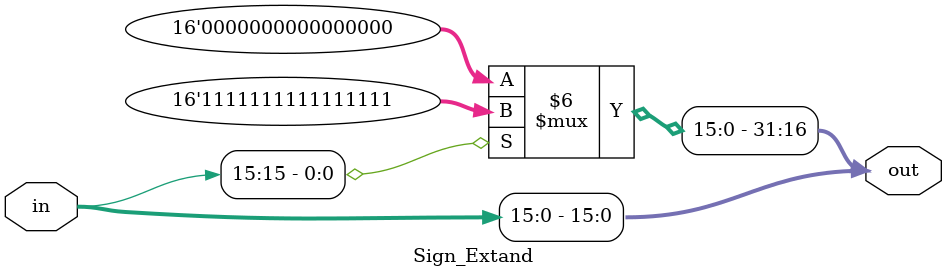
<source format=v>
module Sign_Extand(
	output reg [31:0]out,
	input  [15:0]in
);
	always @(*)begin
		if(in[15] == 1'b1)begin
			out [31:16] = 16'b1111_1111_1111_1111;
			out [15:0] = in;
		end
		else begin
			out [31:16] = 16'b0;
			out [15:0] = in;
		end
	end
	

endmodule
</source>
